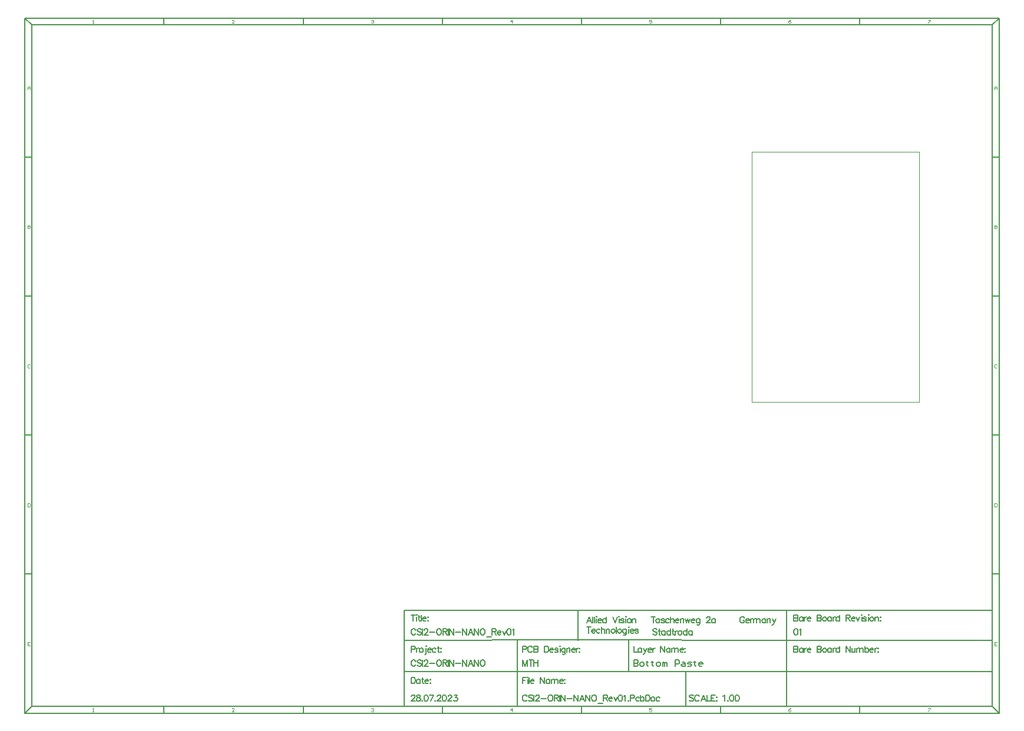
<source format=gbp>
G04*
G04 #@! TF.GenerationSoftware,Altium Limited,Altium Designer,23.7.1 (13)*
G04*
G04 Layer_Color=13421619*
%FSLAX43Y43*%
%MOMM*%
G71*
G04*
G04 #@! TF.SameCoordinates,B4B51515-0AC6-4D20-8248-00ACB9807E1E*
G04*
G04*
G04 #@! TF.FilePolarity,Positive*
G04*
G01*
G75*
%ADD11C,0.127*%
%ADD12C,0.025*%
%ADD13C,0.050*%
D11*
X-17000Y-37111D02*
Y-38000D01*
X-16556D01*
X-16408Y-37852D01*
Y-37704D01*
X-16556Y-37556D01*
X-17000D01*
X-16556D01*
X-16408Y-37408D01*
Y-37259D01*
X-16556Y-37111D01*
X-17000D01*
X-15963Y-38000D02*
X-15667D01*
X-15519Y-37852D01*
Y-37556D01*
X-15667Y-37408D01*
X-15963D01*
X-16111Y-37556D01*
Y-37852D01*
X-15963Y-38000D01*
X-15074Y-37259D02*
Y-37408D01*
X-15223D01*
X-14926D01*
X-15074D01*
Y-37852D01*
X-14926Y-38000D01*
X-14334Y-37259D02*
Y-37408D01*
X-14482D01*
X-14186D01*
X-14334D01*
Y-37852D01*
X-14186Y-38000D01*
X-13593D02*
X-13297D01*
X-13149Y-37852D01*
Y-37556D01*
X-13297Y-37408D01*
X-13593D01*
X-13741Y-37556D01*
Y-37852D01*
X-13593Y-38000D01*
X-12853D02*
Y-37408D01*
X-12705D01*
X-12556Y-37556D01*
Y-38000D01*
Y-37556D01*
X-12408Y-37408D01*
X-12260Y-37556D01*
Y-38000D01*
X-11075D02*
Y-37111D01*
X-10631D01*
X-10483Y-37259D01*
Y-37556D01*
X-10631Y-37704D01*
X-11075D01*
X-10038Y-37408D02*
X-9742D01*
X-9594Y-37556D01*
Y-38000D01*
X-10038D01*
X-10187Y-37852D01*
X-10038Y-37704D01*
X-9594D01*
X-9298Y-38000D02*
X-8853D01*
X-8705Y-37852D01*
X-8853Y-37704D01*
X-9150D01*
X-9298Y-37556D01*
X-9150Y-37408D01*
X-8705D01*
X-8261Y-37259D02*
Y-37408D01*
X-8409D01*
X-8113D01*
X-8261D01*
Y-37852D01*
X-8113Y-38000D01*
X-7224D02*
X-7520D01*
X-7669Y-37852D01*
Y-37556D01*
X-7520Y-37408D01*
X-7224D01*
X-7076Y-37556D01*
Y-37704D01*
X-7669D01*
X35500Y-44750D02*
Y55250D01*
X-104500Y-44750D02*
X35500D01*
X-104500D02*
Y55250D01*
X35500D01*
X34500Y-43750D02*
X35500Y-44750D01*
X-9500Y-43750D02*
Y-38750D01*
X12250Y-43750D02*
X34500D01*
X5000D02*
Y-30000D01*
X-33500D02*
X20000D01*
X-49975Y-38725D02*
X-17750Y-38750D01*
X-50000Y-34250D02*
X-24975Y-34225D01*
X5000Y-30000D02*
X34500D01*
X-50000Y-43750D02*
X-33500D01*
X-50000D02*
Y-30000D01*
X-33500D01*
Y-43750D02*
X12250D01*
X-17750Y-38750D02*
X5000D01*
X-24975Y-34225D02*
X5000Y-34250D01*
X-17750Y-38750D02*
Y-34250D01*
X34500Y-43750D02*
X34500Y-30000D01*
X-33750Y-43750D02*
Y-34250D01*
X-25000Y-34250D02*
Y-30000D01*
X5000Y-38750D02*
X34500D01*
X5000Y-34250D02*
X34500D01*
X-103500Y-43750D02*
X-50000D01*
X-103500D02*
Y54250D01*
X34500D01*
Y-30000D02*
Y54250D01*
X-84500Y-44750D02*
Y-43750D01*
X-64500Y-44750D02*
Y-43750D01*
X-44500Y-44750D02*
Y-43750D01*
X-24500Y-44750D02*
Y-43750D01*
X-4500Y-44750D02*
Y-43750D01*
X15500Y-44750D02*
Y-43750D01*
X-104500Y-44750D02*
X-103500Y-43750D01*
X15500Y54250D02*
Y55250D01*
X-4500Y54250D02*
Y55250D01*
X-24500Y54250D02*
Y55250D01*
X-44500Y54250D02*
Y55250D01*
X-64500Y54250D02*
Y55250D01*
X-84500Y54250D02*
Y55250D01*
X-104500Y35250D02*
X-103500D01*
X-104500Y15250D02*
X-103500D01*
X-104500Y-4750D02*
X-103500D01*
X-104500Y-24750D02*
X-103500D01*
X34500Y54250D02*
X35500Y55250D01*
X-104500D02*
X-103500Y54250D01*
X34500Y-24750D02*
X35500D01*
X34500Y-4750D02*
X35500D01*
X34500Y15250D02*
X35500D01*
X34500Y35250D02*
X35500D01*
X-48365Y-37323D02*
X-48407Y-37238D01*
X-48492Y-37154D01*
X-48577Y-37111D01*
X-48746D01*
X-48831Y-37154D01*
X-48915Y-37238D01*
X-48958Y-37323D01*
X-49000Y-37450D01*
Y-37661D01*
X-48958Y-37788D01*
X-48915Y-37873D01*
X-48831Y-37958D01*
X-48746Y-38000D01*
X-48577D01*
X-48492Y-37958D01*
X-48407Y-37873D01*
X-48365Y-37788D01*
X-47523Y-37238D02*
X-47608Y-37154D01*
X-47735Y-37111D01*
X-47904D01*
X-48031Y-37154D01*
X-48115Y-37238D01*
Y-37323D01*
X-48073Y-37407D01*
X-48031Y-37450D01*
X-47946Y-37492D01*
X-47692Y-37577D01*
X-47608Y-37619D01*
X-47565Y-37661D01*
X-47523Y-37746D01*
Y-37873D01*
X-47608Y-37958D01*
X-47735Y-38000D01*
X-47904D01*
X-48031Y-37958D01*
X-48115Y-37873D01*
X-47324Y-37111D02*
Y-38000D01*
X-47095Y-37323D02*
Y-37280D01*
X-47053Y-37196D01*
X-47011Y-37154D01*
X-46926Y-37111D01*
X-46757D01*
X-46672Y-37154D01*
X-46630Y-37196D01*
X-46588Y-37280D01*
Y-37365D01*
X-46630Y-37450D01*
X-46714Y-37577D01*
X-47138Y-38000D01*
X-46545D01*
X-46346Y-37619D02*
X-45584D01*
X-45068Y-37111D02*
X-45153Y-37154D01*
X-45237Y-37238D01*
X-45280Y-37323D01*
X-45322Y-37450D01*
Y-37661D01*
X-45280Y-37788D01*
X-45237Y-37873D01*
X-45153Y-37958D01*
X-45068Y-38000D01*
X-44899D01*
X-44814Y-37958D01*
X-44729Y-37873D01*
X-44687Y-37788D01*
X-44645Y-37661D01*
Y-37450D01*
X-44687Y-37323D01*
X-44729Y-37238D01*
X-44814Y-37154D01*
X-44899Y-37111D01*
X-45068D01*
X-44437D02*
Y-38000D01*
Y-37111D02*
X-44057D01*
X-43930Y-37154D01*
X-43887Y-37196D01*
X-43845Y-37280D01*
Y-37365D01*
X-43887Y-37450D01*
X-43930Y-37492D01*
X-44057Y-37534D01*
X-44437D01*
X-44141D02*
X-43845Y-38000D01*
X-43646Y-37111D02*
Y-38000D01*
X-43460Y-37111D02*
Y-38000D01*
Y-37111D02*
X-42867Y-38000D01*
Y-37111D02*
Y-38000D01*
X-42622Y-37619D02*
X-41860D01*
X-41597Y-37111D02*
Y-38000D01*
Y-37111D02*
X-41005Y-38000D01*
Y-37111D02*
Y-38000D01*
X-40082D02*
X-40421Y-37111D01*
X-40759Y-38000D01*
X-40632Y-37704D02*
X-40209D01*
X-39875Y-37111D02*
Y-38000D01*
Y-37111D02*
X-39282Y-38000D01*
Y-37111D02*
Y-38000D01*
X-38783Y-37111D02*
X-38868Y-37154D01*
X-38952Y-37238D01*
X-38995Y-37323D01*
X-39037Y-37450D01*
Y-37661D01*
X-38995Y-37788D01*
X-38952Y-37873D01*
X-38868Y-37958D01*
X-38783Y-38000D01*
X-38614D01*
X-38529Y-37958D01*
X-38444Y-37873D01*
X-38402Y-37788D01*
X-38360Y-37661D01*
Y-37450D01*
X-38402Y-37323D01*
X-38444Y-37238D01*
X-38529Y-37154D01*
X-38614Y-37111D01*
X-38783D01*
X-49000Y-35577D02*
X-48619D01*
X-48492Y-35534D01*
X-48450Y-35492D01*
X-48407Y-35407D01*
Y-35280D01*
X-48450Y-35196D01*
X-48492Y-35154D01*
X-48619Y-35111D01*
X-49000D01*
Y-36000D01*
X-48209Y-35407D02*
Y-36000D01*
Y-35661D02*
X-48166Y-35534D01*
X-48082Y-35450D01*
X-47997Y-35407D01*
X-47870D01*
X-47578D02*
X-47663Y-35450D01*
X-47747Y-35534D01*
X-47790Y-35661D01*
Y-35746D01*
X-47747Y-35873D01*
X-47663Y-35958D01*
X-47578Y-36000D01*
X-47451D01*
X-47366Y-35958D01*
X-47282Y-35873D01*
X-47239Y-35746D01*
Y-35661D01*
X-47282Y-35534D01*
X-47366Y-35450D01*
X-47451Y-35407D01*
X-47578D01*
X-46875Y-35111D02*
X-46833Y-35154D01*
X-46791Y-35111D01*
X-46833Y-35069D01*
X-46875Y-35111D01*
X-46833Y-35407D02*
Y-36127D01*
X-46875Y-36254D01*
X-46960Y-36296D01*
X-47045D01*
X-46626Y-35661D02*
X-46118D01*
Y-35577D01*
X-46160Y-35492D01*
X-46202Y-35450D01*
X-46287Y-35407D01*
X-46414D01*
X-46499Y-35450D01*
X-46583Y-35534D01*
X-46626Y-35661D01*
Y-35746D01*
X-46583Y-35873D01*
X-46499Y-35958D01*
X-46414Y-36000D01*
X-46287D01*
X-46202Y-35958D01*
X-46118Y-35873D01*
X-45419Y-35534D02*
X-45504Y-35450D01*
X-45589Y-35407D01*
X-45716D01*
X-45800Y-35450D01*
X-45885Y-35534D01*
X-45927Y-35661D01*
Y-35746D01*
X-45885Y-35873D01*
X-45800Y-35958D01*
X-45716Y-36000D01*
X-45589D01*
X-45504Y-35958D01*
X-45419Y-35873D01*
X-45102Y-35111D02*
Y-35831D01*
X-45060Y-35958D01*
X-44975Y-36000D01*
X-44890D01*
X-45229Y-35407D02*
X-44933D01*
X-44721D02*
X-44763Y-35450D01*
X-44721Y-35492D01*
X-44679Y-35450D01*
X-44721Y-35407D01*
Y-35915D02*
X-44763Y-35958D01*
X-44721Y-36000D01*
X-44679Y-35958D01*
X-44721Y-35915D01*
X-17000Y-35111D02*
Y-36000D01*
X-16492D01*
X-15887Y-35407D02*
Y-36000D01*
Y-35534D02*
X-15972Y-35450D01*
X-16056Y-35407D01*
X-16183D01*
X-16268Y-35450D01*
X-16352Y-35534D01*
X-16395Y-35661D01*
Y-35746D01*
X-16352Y-35873D01*
X-16268Y-35958D01*
X-16183Y-36000D01*
X-16056D01*
X-15972Y-35958D01*
X-15887Y-35873D01*
X-15608Y-35407D02*
X-15354Y-36000D01*
X-15100Y-35407D02*
X-15354Y-36000D01*
X-15438Y-36169D01*
X-15523Y-36254D01*
X-15608Y-36296D01*
X-15650D01*
X-14952Y-35661D02*
X-14444D01*
Y-35577D01*
X-14486Y-35492D01*
X-14528Y-35450D01*
X-14613Y-35407D01*
X-14740D01*
X-14825Y-35450D01*
X-14909Y-35534D01*
X-14952Y-35661D01*
Y-35746D01*
X-14909Y-35873D01*
X-14825Y-35958D01*
X-14740Y-36000D01*
X-14613D01*
X-14528Y-35958D01*
X-14444Y-35873D01*
X-14253Y-35407D02*
Y-36000D01*
Y-35661D02*
X-14211Y-35534D01*
X-14126Y-35450D01*
X-14042Y-35407D01*
X-13915D01*
X-13136Y-35111D02*
Y-36000D01*
Y-35111D02*
X-12543Y-36000D01*
Y-35111D02*
Y-36000D01*
X-11790Y-35407D02*
Y-36000D01*
Y-35534D02*
X-11875Y-35450D01*
X-11959Y-35407D01*
X-12086D01*
X-12171Y-35450D01*
X-12255Y-35534D01*
X-12298Y-35661D01*
Y-35746D01*
X-12255Y-35873D01*
X-12171Y-35958D01*
X-12086Y-36000D01*
X-11959D01*
X-11875Y-35958D01*
X-11790Y-35873D01*
X-11553Y-35407D02*
Y-36000D01*
Y-35577D02*
X-11426Y-35450D01*
X-11341Y-35407D01*
X-11214D01*
X-11130Y-35450D01*
X-11087Y-35577D01*
Y-36000D01*
Y-35577D02*
X-10960Y-35450D01*
X-10876Y-35407D01*
X-10749D01*
X-10664Y-35450D01*
X-10622Y-35577D01*
Y-36000D01*
X-10342Y-35661D02*
X-9835D01*
Y-35577D01*
X-9877Y-35492D01*
X-9919Y-35450D01*
X-10004Y-35407D01*
X-10131D01*
X-10215Y-35450D01*
X-10300Y-35534D01*
X-10342Y-35661D01*
Y-35746D01*
X-10300Y-35873D01*
X-10215Y-35958D01*
X-10131Y-36000D01*
X-10004D01*
X-9919Y-35958D01*
X-9835Y-35873D01*
X-9602Y-35407D02*
X-9644Y-35450D01*
X-9602Y-35492D01*
X-9559Y-35450D01*
X-9602Y-35407D01*
Y-35915D02*
X-9644Y-35958D01*
X-9602Y-36000D01*
X-9559Y-35958D01*
X-9602Y-35915D01*
X-8407Y-42238D02*
X-8492Y-42154D01*
X-8619Y-42111D01*
X-8788D01*
X-8915Y-42154D01*
X-9000Y-42238D01*
Y-42323D01*
X-8958Y-42407D01*
X-8915Y-42450D01*
X-8831Y-42492D01*
X-8577Y-42577D01*
X-8492Y-42619D01*
X-8450Y-42661D01*
X-8407Y-42746D01*
Y-42873D01*
X-8492Y-42958D01*
X-8619Y-43000D01*
X-8788D01*
X-8915Y-42958D01*
X-9000Y-42873D01*
X-7574Y-42323D02*
X-7616Y-42238D01*
X-7701Y-42154D01*
X-7785Y-42111D01*
X-7955D01*
X-8039Y-42154D01*
X-8124Y-42238D01*
X-8166Y-42323D01*
X-8209Y-42450D01*
Y-42661D01*
X-8166Y-42788D01*
X-8124Y-42873D01*
X-8039Y-42958D01*
X-7955Y-43000D01*
X-7785D01*
X-7701Y-42958D01*
X-7616Y-42873D01*
X-7574Y-42788D01*
X-6647Y-43000D02*
X-6985Y-42111D01*
X-7324Y-43000D01*
X-7197Y-42704D02*
X-6774D01*
X-6439Y-42111D02*
Y-43000D01*
X-5931D01*
X-5284Y-42111D02*
X-5834D01*
Y-43000D01*
X-5284D01*
X-5834Y-42534D02*
X-5496D01*
X-5093Y-42407D02*
X-5136Y-42450D01*
X-5093Y-42492D01*
X-5051Y-42450D01*
X-5093Y-42407D01*
Y-42915D02*
X-5136Y-42958D01*
X-5093Y-43000D01*
X-5051Y-42958D01*
X-5093Y-42915D01*
X-4158Y-42280D02*
X-4073Y-42238D01*
X-3946Y-42111D01*
Y-43000D01*
X-3464Y-42915D02*
X-3506Y-42958D01*
X-3464Y-43000D01*
X-3422Y-42958D01*
X-3464Y-42915D01*
X-2973Y-42111D02*
X-3100Y-42154D01*
X-3185Y-42280D01*
X-3227Y-42492D01*
Y-42619D01*
X-3185Y-42831D01*
X-3100Y-42958D01*
X-2973Y-43000D01*
X-2888D01*
X-2761Y-42958D01*
X-2677Y-42831D01*
X-2634Y-42619D01*
Y-42492D01*
X-2677Y-42280D01*
X-2761Y-42154D01*
X-2888Y-42111D01*
X-2973D01*
X-2182D02*
X-2309Y-42154D01*
X-2393Y-42280D01*
X-2436Y-42492D01*
Y-42619D01*
X-2393Y-42831D01*
X-2309Y-42958D01*
X-2182Y-43000D01*
X-2097D01*
X-1970Y-42958D01*
X-1885Y-42831D01*
X-1843Y-42619D01*
Y-42492D01*
X-1885Y-42280D01*
X-1970Y-42154D01*
X-2097Y-42111D01*
X-2182D01*
X-1115Y-31073D02*
X-1157Y-30988D01*
X-1242Y-30904D01*
X-1327Y-30861D01*
X-1496D01*
X-1581Y-30904D01*
X-1665Y-30988D01*
X-1708Y-31073D01*
X-1750Y-31200D01*
Y-31411D01*
X-1708Y-31538D01*
X-1665Y-31623D01*
X-1581Y-31708D01*
X-1496Y-31750D01*
X-1327D01*
X-1242Y-31708D01*
X-1157Y-31623D01*
X-1115Y-31538D01*
Y-31411D01*
X-1327D02*
X-1115D01*
X-912D02*
X-404D01*
Y-31327D01*
X-446Y-31242D01*
X-489Y-31200D01*
X-573Y-31157D01*
X-700D01*
X-785Y-31200D01*
X-870Y-31284D01*
X-912Y-31411D01*
Y-31496D01*
X-870Y-31623D01*
X-785Y-31708D01*
X-700Y-31750D01*
X-573D01*
X-489Y-31708D01*
X-404Y-31623D01*
X-214Y-31157D02*
Y-31750D01*
Y-31411D02*
X-171Y-31284D01*
X-87Y-31200D01*
X-2Y-31157D01*
X125D01*
X205D02*
Y-31750D01*
Y-31327D02*
X332Y-31200D01*
X417Y-31157D01*
X544D01*
X629Y-31200D01*
X671Y-31327D01*
Y-31750D01*
Y-31327D02*
X798Y-31200D01*
X883Y-31157D01*
X1010D01*
X1094Y-31200D01*
X1137Y-31327D01*
Y-31750D01*
X1924Y-31157D02*
Y-31750D01*
Y-31284D02*
X1839Y-31200D01*
X1754Y-31157D01*
X1627D01*
X1543Y-31200D01*
X1458Y-31284D01*
X1416Y-31411D01*
Y-31496D01*
X1458Y-31623D01*
X1543Y-31708D01*
X1627Y-31750D01*
X1754D01*
X1839Y-31708D01*
X1924Y-31623D01*
X2161Y-31157D02*
Y-31750D01*
Y-31327D02*
X2288Y-31200D01*
X2372Y-31157D01*
X2499D01*
X2584Y-31200D01*
X2626Y-31327D01*
Y-31750D01*
X2901Y-31157D02*
X3155Y-31750D01*
X3409Y-31157D02*
X3155Y-31750D01*
X3071Y-31919D01*
X2986Y-32004D01*
X2901Y-32046D01*
X2859D01*
X-13657Y-32738D02*
X-13742Y-32654D01*
X-13869Y-32611D01*
X-14038D01*
X-14165Y-32654D01*
X-14250Y-32738D01*
Y-32823D01*
X-14208Y-32907D01*
X-14165Y-32950D01*
X-14081Y-32992D01*
X-13827Y-33077D01*
X-13742Y-33119D01*
X-13700Y-33161D01*
X-13657Y-33246D01*
Y-33373D01*
X-13742Y-33458D01*
X-13869Y-33500D01*
X-14038D01*
X-14165Y-33458D01*
X-14250Y-33373D01*
X-13332Y-32611D02*
Y-33331D01*
X-13289Y-33458D01*
X-13205Y-33500D01*
X-13120D01*
X-13459Y-32907D02*
X-13162D01*
X-12485D02*
Y-33500D01*
Y-33034D02*
X-12570Y-32950D01*
X-12654Y-32907D01*
X-12781D01*
X-12866Y-32950D01*
X-12951Y-33034D01*
X-12993Y-33161D01*
Y-33246D01*
X-12951Y-33373D01*
X-12866Y-33458D01*
X-12781Y-33500D01*
X-12654D01*
X-12570Y-33458D01*
X-12485Y-33373D01*
X-11740Y-32611D02*
Y-33500D01*
Y-33034D02*
X-11825Y-32950D01*
X-11909Y-32907D01*
X-12036D01*
X-12121Y-32950D01*
X-12206Y-33034D01*
X-12248Y-33161D01*
Y-33246D01*
X-12206Y-33373D01*
X-12121Y-33458D01*
X-12036Y-33500D01*
X-11909D01*
X-11825Y-33458D01*
X-11740Y-33373D01*
X-11376Y-32611D02*
Y-33331D01*
X-11334Y-33458D01*
X-11249Y-33500D01*
X-11165D01*
X-11503Y-32907D02*
X-11207D01*
X-11038D02*
Y-33500D01*
Y-33161D02*
X-10995Y-33034D01*
X-10911Y-32950D01*
X-10826Y-32907D01*
X-10699D01*
X-10407D02*
X-10492Y-32950D01*
X-10576Y-33034D01*
X-10619Y-33161D01*
Y-33246D01*
X-10576Y-33373D01*
X-10492Y-33458D01*
X-10407Y-33500D01*
X-10280D01*
X-10195Y-33458D01*
X-10111Y-33373D01*
X-10068Y-33246D01*
Y-33161D01*
X-10111Y-33034D01*
X-10195Y-32950D01*
X-10280Y-32907D01*
X-10407D01*
X-9366Y-32611D02*
Y-33500D01*
Y-33034D02*
X-9450Y-32950D01*
X-9535Y-32907D01*
X-9662D01*
X-9747Y-32950D01*
X-9831Y-33034D01*
X-9874Y-33161D01*
Y-33246D01*
X-9831Y-33373D01*
X-9747Y-33458D01*
X-9662Y-33500D01*
X-9535D01*
X-9450Y-33458D01*
X-9366Y-33373D01*
X-8621Y-32907D02*
Y-33500D01*
Y-33034D02*
X-8706Y-32950D01*
X-8790Y-32907D01*
X-8917D01*
X-9002Y-32950D01*
X-9086Y-33034D01*
X-9129Y-33161D01*
Y-33246D01*
X-9086Y-33373D01*
X-9002Y-33458D01*
X-8917Y-33500D01*
X-8790D01*
X-8706Y-33458D01*
X-8621Y-33373D01*
X-14204Y-30861D02*
Y-31750D01*
X-14500Y-30861D02*
X-13907D01*
X-13294Y-31157D02*
Y-31750D01*
Y-31284D02*
X-13378Y-31200D01*
X-13463Y-31157D01*
X-13590D01*
X-13675Y-31200D01*
X-13759Y-31284D01*
X-13802Y-31411D01*
Y-31496D01*
X-13759Y-31623D01*
X-13675Y-31708D01*
X-13590Y-31750D01*
X-13463D01*
X-13378Y-31708D01*
X-13294Y-31623D01*
X-12591Y-31284D02*
X-12634Y-31200D01*
X-12760Y-31157D01*
X-12887D01*
X-13014Y-31200D01*
X-13057Y-31284D01*
X-13014Y-31369D01*
X-12930Y-31411D01*
X-12718Y-31454D01*
X-12634Y-31496D01*
X-12591Y-31581D01*
Y-31623D01*
X-12634Y-31708D01*
X-12760Y-31750D01*
X-12887D01*
X-13014Y-31708D01*
X-13057Y-31623D01*
X-11897Y-31284D02*
X-11982Y-31200D01*
X-12066Y-31157D01*
X-12193D01*
X-12278Y-31200D01*
X-12363Y-31284D01*
X-12405Y-31411D01*
Y-31496D01*
X-12363Y-31623D01*
X-12278Y-31708D01*
X-12193Y-31750D01*
X-12066D01*
X-11982Y-31708D01*
X-11897Y-31623D01*
X-11707Y-30861D02*
Y-31750D01*
Y-31327D02*
X-11580Y-31200D01*
X-11495Y-31157D01*
X-11368D01*
X-11283Y-31200D01*
X-11241Y-31327D01*
Y-31750D01*
X-11008Y-31411D02*
X-10500D01*
Y-31327D01*
X-10543Y-31242D01*
X-10585Y-31200D01*
X-10670Y-31157D01*
X-10797D01*
X-10881Y-31200D01*
X-10966Y-31284D01*
X-11008Y-31411D01*
Y-31496D01*
X-10966Y-31623D01*
X-10881Y-31708D01*
X-10797Y-31750D01*
X-10670D01*
X-10585Y-31708D01*
X-10500Y-31623D01*
X-10310Y-31157D02*
Y-31750D01*
Y-31327D02*
X-10183Y-31200D01*
X-10098Y-31157D01*
X-9971D01*
X-9887Y-31200D01*
X-9844Y-31327D01*
Y-31750D01*
X-9612Y-31157D02*
X-9442Y-31750D01*
X-9273Y-31157D02*
X-9442Y-31750D01*
X-9273Y-31157D02*
X-9104Y-31750D01*
X-8934Y-31157D02*
X-9104Y-31750D01*
X-8727Y-31411D02*
X-8219D01*
Y-31327D01*
X-8261Y-31242D01*
X-8304Y-31200D01*
X-8388Y-31157D01*
X-8515D01*
X-8600Y-31200D01*
X-8685Y-31284D01*
X-8727Y-31411D01*
Y-31496D01*
X-8685Y-31623D01*
X-8600Y-31708D01*
X-8515Y-31750D01*
X-8388D01*
X-8304Y-31708D01*
X-8219Y-31623D01*
X-7521Y-31157D02*
Y-31835D01*
X-7563Y-31962D01*
X-7605Y-32004D01*
X-7690Y-32046D01*
X-7817D01*
X-7902Y-32004D01*
X-7521Y-31284D02*
X-7605Y-31200D01*
X-7690Y-31157D01*
X-7817D01*
X-7902Y-31200D01*
X-7986Y-31284D01*
X-8029Y-31411D01*
Y-31496D01*
X-7986Y-31623D01*
X-7902Y-31708D01*
X-7817Y-31750D01*
X-7690D01*
X-7605Y-31708D01*
X-7521Y-31623D01*
X-6543Y-31073D02*
Y-31030D01*
X-6501Y-30946D01*
X-6458Y-30904D01*
X-6374Y-30861D01*
X-6204D01*
X-6120Y-30904D01*
X-6077Y-30946D01*
X-6035Y-31030D01*
Y-31115D01*
X-6077Y-31200D01*
X-6162Y-31327D01*
X-6585Y-31750D01*
X-5993D01*
X-5286Y-31157D02*
Y-31750D01*
Y-31284D02*
X-5371Y-31200D01*
X-5455Y-31157D01*
X-5582D01*
X-5667Y-31200D01*
X-5752Y-31284D01*
X-5794Y-31411D01*
Y-31496D01*
X-5752Y-31623D01*
X-5667Y-31708D01*
X-5582Y-31750D01*
X-5455D01*
X-5371Y-31708D01*
X-5286Y-31623D01*
X-23073Y-31750D02*
X-23411Y-30861D01*
X-23750Y-31750D01*
X-23623Y-31454D02*
X-23200D01*
X-22865Y-30861D02*
Y-31750D01*
X-22679Y-30861D02*
Y-31750D01*
X-22408Y-30861D02*
X-22366Y-30904D01*
X-22324Y-30861D01*
X-22366Y-30819D01*
X-22408Y-30861D01*
X-22366Y-31157D02*
Y-31750D01*
X-22167Y-31411D02*
X-21659D01*
Y-31327D01*
X-21701Y-31242D01*
X-21744Y-31200D01*
X-21828Y-31157D01*
X-21955D01*
X-22040Y-31200D01*
X-22125Y-31284D01*
X-22167Y-31411D01*
Y-31496D01*
X-22125Y-31623D01*
X-22040Y-31708D01*
X-21955Y-31750D01*
X-21828D01*
X-21744Y-31708D01*
X-21659Y-31623D01*
X-20961Y-30861D02*
Y-31750D01*
Y-31284D02*
X-21045Y-31200D01*
X-21130Y-31157D01*
X-21257D01*
X-21342Y-31200D01*
X-21426Y-31284D01*
X-21469Y-31411D01*
Y-31496D01*
X-21426Y-31623D01*
X-21342Y-31708D01*
X-21257Y-31750D01*
X-21130D01*
X-21045Y-31708D01*
X-20961Y-31623D01*
X-20025Y-30861D02*
X-19687Y-31750D01*
X-19348Y-30861D02*
X-19687Y-31750D01*
X-19149Y-30861D02*
X-19107Y-30904D01*
X-19065Y-30861D01*
X-19107Y-30819D01*
X-19149Y-30861D01*
X-19107Y-31157D02*
Y-31750D01*
X-18443Y-31284D02*
X-18485Y-31200D01*
X-18612Y-31157D01*
X-18739D01*
X-18866Y-31200D01*
X-18908Y-31284D01*
X-18866Y-31369D01*
X-18781Y-31411D01*
X-18570Y-31454D01*
X-18485Y-31496D01*
X-18443Y-31581D01*
Y-31623D01*
X-18485Y-31708D01*
X-18612Y-31750D01*
X-18739D01*
X-18866Y-31708D01*
X-18908Y-31623D01*
X-18172Y-30861D02*
X-18129Y-30904D01*
X-18087Y-30861D01*
X-18129Y-30819D01*
X-18172Y-30861D01*
X-18129Y-31157D02*
Y-31750D01*
X-17719Y-31157D02*
X-17803Y-31200D01*
X-17888Y-31284D01*
X-17930Y-31411D01*
Y-31496D01*
X-17888Y-31623D01*
X-17803Y-31708D01*
X-17719Y-31750D01*
X-17592D01*
X-17507Y-31708D01*
X-17423Y-31623D01*
X-17380Y-31496D01*
Y-31411D01*
X-17423Y-31284D01*
X-17507Y-31200D01*
X-17592Y-31157D01*
X-17719D01*
X-17185D02*
Y-31750D01*
Y-31327D02*
X-17059Y-31200D01*
X-16974Y-31157D01*
X-16847D01*
X-16762Y-31200D01*
X-16720Y-31327D01*
Y-31750D01*
X-48958Y-42323D02*
Y-42280D01*
X-48915Y-42196D01*
X-48873Y-42154D01*
X-48788Y-42111D01*
X-48619D01*
X-48534Y-42154D01*
X-48492Y-42196D01*
X-48450Y-42280D01*
Y-42365D01*
X-48492Y-42450D01*
X-48577Y-42577D01*
X-49000Y-43000D01*
X-48407D01*
X-47997Y-42111D02*
X-48124Y-42154D01*
X-48166Y-42238D01*
Y-42323D01*
X-48124Y-42407D01*
X-48039Y-42450D01*
X-47870Y-42492D01*
X-47743Y-42534D01*
X-47658Y-42619D01*
X-47616Y-42704D01*
Y-42831D01*
X-47658Y-42915D01*
X-47701Y-42958D01*
X-47828Y-43000D01*
X-47997D01*
X-48124Y-42958D01*
X-48166Y-42915D01*
X-48209Y-42831D01*
Y-42704D01*
X-48166Y-42619D01*
X-48082Y-42534D01*
X-47955Y-42492D01*
X-47785Y-42450D01*
X-47701Y-42407D01*
X-47658Y-42323D01*
Y-42238D01*
X-47701Y-42154D01*
X-47828Y-42111D01*
X-47997D01*
X-47375Y-42915D02*
X-47417Y-42958D01*
X-47375Y-43000D01*
X-47332Y-42958D01*
X-47375Y-42915D01*
X-46884Y-42111D02*
X-47011Y-42154D01*
X-47095Y-42280D01*
X-47138Y-42492D01*
Y-42619D01*
X-47095Y-42831D01*
X-47011Y-42958D01*
X-46884Y-43000D01*
X-46799D01*
X-46672Y-42958D01*
X-46588Y-42831D01*
X-46545Y-42619D01*
Y-42492D01*
X-46588Y-42280D01*
X-46672Y-42154D01*
X-46799Y-42111D01*
X-46884D01*
X-45754D02*
X-46177Y-43000D01*
X-46346Y-42111D02*
X-45754D01*
X-45512Y-42915D02*
X-45555Y-42958D01*
X-45512Y-43000D01*
X-45470Y-42958D01*
X-45512Y-42915D01*
X-45233Y-42323D02*
Y-42280D01*
X-45191Y-42196D01*
X-45148Y-42154D01*
X-45064Y-42111D01*
X-44895D01*
X-44810Y-42154D01*
X-44768Y-42196D01*
X-44725Y-42280D01*
Y-42365D01*
X-44768Y-42450D01*
X-44852Y-42577D01*
X-45275Y-43000D01*
X-44683D01*
X-44230Y-42111D02*
X-44357Y-42154D01*
X-44442Y-42280D01*
X-44484Y-42492D01*
Y-42619D01*
X-44442Y-42831D01*
X-44357Y-42958D01*
X-44230Y-43000D01*
X-44145D01*
X-44018Y-42958D01*
X-43934Y-42831D01*
X-43891Y-42619D01*
Y-42492D01*
X-43934Y-42280D01*
X-44018Y-42154D01*
X-44145Y-42111D01*
X-44230D01*
X-43650Y-42323D02*
Y-42280D01*
X-43608Y-42196D01*
X-43566Y-42154D01*
X-43481Y-42111D01*
X-43312D01*
X-43227Y-42154D01*
X-43185Y-42196D01*
X-43142Y-42280D01*
Y-42365D01*
X-43185Y-42450D01*
X-43269Y-42577D01*
X-43693Y-43000D01*
X-43100D01*
X-42816Y-42111D02*
X-42351D01*
X-42605Y-42450D01*
X-42478D01*
X-42393Y-42492D01*
X-42351Y-42534D01*
X-42309Y-42661D01*
Y-42746D01*
X-42351Y-42873D01*
X-42436Y-42958D01*
X-42562Y-43000D01*
X-42689D01*
X-42816Y-42958D01*
X-42859Y-42915D01*
X-42901Y-42831D01*
X-49000Y-39611D02*
Y-40500D01*
Y-39611D02*
X-48704D01*
X-48577Y-39654D01*
X-48492Y-39738D01*
X-48450Y-39823D01*
X-48407Y-39950D01*
Y-40161D01*
X-48450Y-40288D01*
X-48492Y-40373D01*
X-48577Y-40458D01*
X-48704Y-40500D01*
X-49000D01*
X-47701Y-39907D02*
Y-40500D01*
Y-40034D02*
X-47785Y-39950D01*
X-47870Y-39907D01*
X-47997D01*
X-48082Y-39950D01*
X-48166Y-40034D01*
X-48209Y-40161D01*
Y-40246D01*
X-48166Y-40373D01*
X-48082Y-40458D01*
X-47997Y-40500D01*
X-47870D01*
X-47785Y-40458D01*
X-47701Y-40373D01*
X-47337Y-39611D02*
Y-40331D01*
X-47294Y-40458D01*
X-47210Y-40500D01*
X-47125D01*
X-47464Y-39907D02*
X-47167D01*
X-46998Y-40161D02*
X-46490D01*
Y-40077D01*
X-46533Y-39992D01*
X-46575Y-39950D01*
X-46659Y-39907D01*
X-46786D01*
X-46871Y-39950D01*
X-46956Y-40034D01*
X-46998Y-40161D01*
Y-40246D01*
X-46956Y-40373D01*
X-46871Y-40458D01*
X-46786Y-40500D01*
X-46659D01*
X-46575Y-40458D01*
X-46490Y-40373D01*
X-46257Y-39907D02*
X-46300Y-39950D01*
X-46257Y-39992D01*
X-46215Y-39950D01*
X-46257Y-39907D01*
Y-40415D02*
X-46300Y-40458D01*
X-46257Y-40500D01*
X-46215Y-40458D01*
X-46257Y-40415D01*
X-32365Y-42323D02*
X-32407Y-42238D01*
X-32492Y-42154D01*
X-32577Y-42111D01*
X-32746D01*
X-32831Y-42154D01*
X-32915Y-42238D01*
X-32958Y-42323D01*
X-33000Y-42450D01*
Y-42661D01*
X-32958Y-42788D01*
X-32915Y-42873D01*
X-32831Y-42958D01*
X-32746Y-43000D01*
X-32577D01*
X-32492Y-42958D01*
X-32407Y-42873D01*
X-32365Y-42788D01*
X-31523Y-42238D02*
X-31608Y-42154D01*
X-31735Y-42111D01*
X-31904D01*
X-32031Y-42154D01*
X-32115Y-42238D01*
Y-42323D01*
X-32073Y-42407D01*
X-32031Y-42450D01*
X-31946Y-42492D01*
X-31692Y-42577D01*
X-31608Y-42619D01*
X-31565Y-42661D01*
X-31523Y-42746D01*
Y-42873D01*
X-31608Y-42958D01*
X-31735Y-43000D01*
X-31904D01*
X-32031Y-42958D01*
X-32115Y-42873D01*
X-31324Y-42111D02*
Y-43000D01*
X-31095Y-42323D02*
Y-42280D01*
X-31053Y-42196D01*
X-31011Y-42154D01*
X-30926Y-42111D01*
X-30757D01*
X-30672Y-42154D01*
X-30630Y-42196D01*
X-30588Y-42280D01*
Y-42365D01*
X-30630Y-42450D01*
X-30714Y-42577D01*
X-31138Y-43000D01*
X-30545D01*
X-30346Y-42619D02*
X-29584D01*
X-29068Y-42111D02*
X-29153Y-42154D01*
X-29237Y-42238D01*
X-29280Y-42323D01*
X-29322Y-42450D01*
Y-42661D01*
X-29280Y-42788D01*
X-29237Y-42873D01*
X-29153Y-42958D01*
X-29068Y-43000D01*
X-28899D01*
X-28814Y-42958D01*
X-28729Y-42873D01*
X-28687Y-42788D01*
X-28645Y-42661D01*
Y-42450D01*
X-28687Y-42323D01*
X-28729Y-42238D01*
X-28814Y-42154D01*
X-28899Y-42111D01*
X-29068D01*
X-28437D02*
Y-43000D01*
Y-42111D02*
X-28057D01*
X-27930Y-42154D01*
X-27887Y-42196D01*
X-27845Y-42280D01*
Y-42365D01*
X-27887Y-42450D01*
X-27930Y-42492D01*
X-28057Y-42534D01*
X-28437D01*
X-28141D02*
X-27845Y-43000D01*
X-27646Y-42111D02*
Y-43000D01*
X-27460Y-42111D02*
Y-43000D01*
Y-42111D02*
X-26867Y-43000D01*
Y-42111D02*
Y-43000D01*
X-26622Y-42619D02*
X-25860D01*
X-25597Y-42111D02*
Y-43000D01*
Y-42111D02*
X-25005Y-43000D01*
Y-42111D02*
Y-43000D01*
X-24082D02*
X-24421Y-42111D01*
X-24759Y-43000D01*
X-24632Y-42704D02*
X-24209D01*
X-23875Y-42111D02*
Y-43000D01*
Y-42111D02*
X-23282Y-43000D01*
Y-42111D02*
Y-43000D01*
X-22783Y-42111D02*
X-22868Y-42154D01*
X-22952Y-42238D01*
X-22995Y-42323D01*
X-23037Y-42450D01*
Y-42661D01*
X-22995Y-42788D01*
X-22952Y-42873D01*
X-22868Y-42958D01*
X-22783Y-43000D01*
X-22614D01*
X-22529Y-42958D01*
X-22444Y-42873D01*
X-22402Y-42788D01*
X-22360Y-42661D01*
Y-42450D01*
X-22402Y-42323D01*
X-22444Y-42238D01*
X-22529Y-42154D01*
X-22614Y-42111D01*
X-22783D01*
X-22152Y-43296D02*
X-21475D01*
X-21361Y-42111D02*
Y-43000D01*
Y-42111D02*
X-20980D01*
X-20853Y-42154D01*
X-20811Y-42196D01*
X-20768Y-42280D01*
Y-42365D01*
X-20811Y-42450D01*
X-20853Y-42492D01*
X-20980Y-42534D01*
X-21361D01*
X-21065D02*
X-20768Y-43000D01*
X-20569Y-42661D02*
X-20061D01*
Y-42577D01*
X-20104Y-42492D01*
X-20146Y-42450D01*
X-20231Y-42407D01*
X-20358D01*
X-20442Y-42450D01*
X-20527Y-42534D01*
X-20569Y-42661D01*
Y-42746D01*
X-20527Y-42873D01*
X-20442Y-42958D01*
X-20358Y-43000D01*
X-20231D01*
X-20146Y-42958D01*
X-20061Y-42873D01*
X-19871Y-42407D02*
X-19617Y-43000D01*
X-19363Y-42407D02*
X-19617Y-43000D01*
X-18965Y-42111D02*
X-19092Y-42154D01*
X-19177Y-42280D01*
X-19219Y-42492D01*
Y-42619D01*
X-19177Y-42831D01*
X-19092Y-42958D01*
X-18965Y-43000D01*
X-18881D01*
X-18754Y-42958D01*
X-18669Y-42831D01*
X-18627Y-42619D01*
Y-42492D01*
X-18669Y-42280D01*
X-18754Y-42154D01*
X-18881Y-42111D01*
X-18965D01*
X-18428Y-42280D02*
X-18343Y-42238D01*
X-18216Y-42111D01*
Y-43000D01*
X-17734Y-42915D02*
X-17776Y-42958D01*
X-17734Y-43000D01*
X-17691Y-42958D01*
X-17734Y-42915D01*
X-17497Y-42577D02*
X-17116D01*
X-16989Y-42534D01*
X-16946Y-42492D01*
X-16904Y-42407D01*
Y-42280D01*
X-16946Y-42196D01*
X-16989Y-42154D01*
X-17116Y-42111D01*
X-17497D01*
Y-43000D01*
X-16197Y-42534D02*
X-16282Y-42450D01*
X-16367Y-42407D01*
X-16494D01*
X-16578Y-42450D01*
X-16663Y-42534D01*
X-16705Y-42661D01*
Y-42746D01*
X-16663Y-42873D01*
X-16578Y-42958D01*
X-16494Y-43000D01*
X-16367D01*
X-16282Y-42958D01*
X-16197Y-42873D01*
X-16007Y-42111D02*
Y-43000D01*
Y-42534D02*
X-15922Y-42450D01*
X-15838Y-42407D01*
X-15711D01*
X-15626Y-42450D01*
X-15541Y-42534D01*
X-15499Y-42661D01*
Y-42746D01*
X-15541Y-42873D01*
X-15626Y-42958D01*
X-15711Y-43000D01*
X-15838D01*
X-15922Y-42958D01*
X-16007Y-42873D01*
X-15308Y-42111D02*
Y-43000D01*
Y-42111D02*
X-15012D01*
X-14885Y-42154D01*
X-14801Y-42238D01*
X-14758Y-42323D01*
X-14716Y-42450D01*
Y-42661D01*
X-14758Y-42788D01*
X-14801Y-42873D01*
X-14885Y-42958D01*
X-15012Y-43000D01*
X-15308D01*
X-14305Y-42407D02*
X-14390Y-42450D01*
X-14475Y-42534D01*
X-14517Y-42661D01*
Y-42746D01*
X-14475Y-42873D01*
X-14390Y-42958D01*
X-14305Y-43000D01*
X-14178D01*
X-14094Y-42958D01*
X-14009Y-42873D01*
X-13967Y-42746D01*
Y-42661D01*
X-14009Y-42534D01*
X-14094Y-42450D01*
X-14178Y-42407D01*
X-14305D01*
X-13264Y-42534D02*
X-13349Y-42450D01*
X-13433Y-42407D01*
X-13560D01*
X-13645Y-42450D01*
X-13730Y-42534D01*
X-13772Y-42661D01*
Y-42746D01*
X-13730Y-42873D01*
X-13645Y-42958D01*
X-13560Y-43000D01*
X-13433D01*
X-13349Y-42958D01*
X-13264Y-42873D01*
X-48704Y-30611D02*
Y-31500D01*
X-49000Y-30611D02*
X-48407D01*
X-48217D02*
X-48175Y-30654D01*
X-48132Y-30611D01*
X-48175Y-30569D01*
X-48217Y-30611D01*
X-48175Y-30907D02*
Y-31500D01*
X-47849Y-30611D02*
Y-31331D01*
X-47806Y-31458D01*
X-47722Y-31500D01*
X-47637D01*
X-47976Y-30907D02*
X-47679D01*
X-47510Y-30611D02*
Y-31500D01*
X-47324Y-31161D02*
X-46816D01*
Y-31077D01*
X-46858Y-30992D01*
X-46901Y-30950D01*
X-46985Y-30907D01*
X-47112D01*
X-47197Y-30950D01*
X-47282Y-31034D01*
X-47324Y-31161D01*
Y-31246D01*
X-47282Y-31373D01*
X-47197Y-31458D01*
X-47112Y-31500D01*
X-46985D01*
X-46901Y-31458D01*
X-46816Y-31373D01*
X-46583Y-30907D02*
X-46626Y-30950D01*
X-46583Y-30992D01*
X-46541Y-30950D01*
X-46583Y-30907D01*
Y-31415D02*
X-46626Y-31458D01*
X-46583Y-31500D01*
X-46541Y-31458D01*
X-46583Y-31415D01*
X-33000Y-35577D02*
X-32619D01*
X-32492Y-35534D01*
X-32450Y-35492D01*
X-32407Y-35407D01*
Y-35280D01*
X-32450Y-35196D01*
X-32492Y-35154D01*
X-32619Y-35111D01*
X-33000D01*
Y-36000D01*
X-31574Y-35323D02*
X-31616Y-35238D01*
X-31701Y-35154D01*
X-31785Y-35111D01*
X-31955D01*
X-32039Y-35154D01*
X-32124Y-35238D01*
X-32166Y-35323D01*
X-32209Y-35450D01*
Y-35661D01*
X-32166Y-35788D01*
X-32124Y-35873D01*
X-32039Y-35958D01*
X-31955Y-36000D01*
X-31785D01*
X-31701Y-35958D01*
X-31616Y-35873D01*
X-31574Y-35788D01*
X-31324Y-35111D02*
Y-36000D01*
Y-35111D02*
X-30943D01*
X-30816Y-35154D01*
X-30774Y-35196D01*
X-30731Y-35280D01*
Y-35365D01*
X-30774Y-35450D01*
X-30816Y-35492D01*
X-30943Y-35534D01*
X-31324D02*
X-30943D01*
X-30816Y-35577D01*
X-30774Y-35619D01*
X-30731Y-35704D01*
Y-35831D01*
X-30774Y-35915D01*
X-30816Y-35958D01*
X-30943Y-36000D01*
X-31324D01*
X-29834Y-35111D02*
Y-36000D01*
Y-35111D02*
X-29538D01*
X-29411Y-35154D01*
X-29326Y-35238D01*
X-29284Y-35323D01*
X-29242Y-35450D01*
Y-35661D01*
X-29284Y-35788D01*
X-29326Y-35873D01*
X-29411Y-35958D01*
X-29538Y-36000D01*
X-29834D01*
X-29043Y-35661D02*
X-28535D01*
Y-35577D01*
X-28577Y-35492D01*
X-28619Y-35450D01*
X-28704Y-35407D01*
X-28831D01*
X-28916Y-35450D01*
X-29000Y-35534D01*
X-29043Y-35661D01*
Y-35746D01*
X-29000Y-35873D01*
X-28916Y-35958D01*
X-28831Y-36000D01*
X-28704D01*
X-28619Y-35958D01*
X-28535Y-35873D01*
X-27879Y-35534D02*
X-27921Y-35450D01*
X-28048Y-35407D01*
X-28175D01*
X-28302Y-35450D01*
X-28344Y-35534D01*
X-28302Y-35619D01*
X-28217Y-35661D01*
X-28006Y-35704D01*
X-27921Y-35746D01*
X-27879Y-35831D01*
Y-35873D01*
X-27921Y-35958D01*
X-28048Y-36000D01*
X-28175D01*
X-28302Y-35958D01*
X-28344Y-35873D01*
X-27608Y-35111D02*
X-27566Y-35154D01*
X-27523Y-35111D01*
X-27566Y-35069D01*
X-27608Y-35111D01*
X-27566Y-35407D02*
Y-36000D01*
X-26859Y-35407D02*
Y-36085D01*
X-26901Y-36212D01*
X-26943Y-36254D01*
X-27028Y-36296D01*
X-27155D01*
X-27240Y-36254D01*
X-26859Y-35534D02*
X-26943Y-35450D01*
X-27028Y-35407D01*
X-27155D01*
X-27240Y-35450D01*
X-27324Y-35534D01*
X-27367Y-35661D01*
Y-35746D01*
X-27324Y-35873D01*
X-27240Y-35958D01*
X-27155Y-36000D01*
X-27028D01*
X-26943Y-35958D01*
X-26859Y-35873D01*
X-26622Y-35407D02*
Y-36000D01*
Y-35577D02*
X-26495Y-35450D01*
X-26410Y-35407D01*
X-26283D01*
X-26198Y-35450D01*
X-26156Y-35577D01*
Y-36000D01*
X-25923Y-35661D02*
X-25415D01*
Y-35577D01*
X-25458Y-35492D01*
X-25500Y-35450D01*
X-25585Y-35407D01*
X-25712D01*
X-25796Y-35450D01*
X-25881Y-35534D01*
X-25923Y-35661D01*
Y-35746D01*
X-25881Y-35873D01*
X-25796Y-35958D01*
X-25712Y-36000D01*
X-25585D01*
X-25500Y-35958D01*
X-25415Y-35873D01*
X-25225Y-35407D02*
Y-36000D01*
Y-35661D02*
X-25183Y-35534D01*
X-25098Y-35450D01*
X-25013Y-35407D01*
X-24886D01*
X-24764D02*
X-24806Y-35450D01*
X-24764Y-35492D01*
X-24721Y-35450D01*
X-24764Y-35407D01*
Y-35915D02*
X-24806Y-35958D01*
X-24764Y-36000D01*
X-24721Y-35958D01*
X-24764Y-35915D01*
X-33000Y-39611D02*
Y-40500D01*
Y-39611D02*
X-32450D01*
X-33000Y-40034D02*
X-32661D01*
X-32264Y-39611D02*
X-32221Y-39654D01*
X-32179Y-39611D01*
X-32221Y-39569D01*
X-32264Y-39611D01*
X-32221Y-39907D02*
Y-40500D01*
X-32022Y-39611D02*
Y-40500D01*
X-31836Y-40161D02*
X-31328D01*
Y-40077D01*
X-31371Y-39992D01*
X-31413Y-39950D01*
X-31497Y-39907D01*
X-31624D01*
X-31709Y-39950D01*
X-31794Y-40034D01*
X-31836Y-40161D01*
Y-40246D01*
X-31794Y-40373D01*
X-31709Y-40458D01*
X-31624Y-40500D01*
X-31497D01*
X-31413Y-40458D01*
X-31328Y-40373D01*
X-30439Y-39611D02*
Y-40500D01*
Y-39611D02*
X-29847Y-40500D01*
Y-39611D02*
Y-40500D01*
X-29093Y-39907D02*
Y-40500D01*
Y-40034D02*
X-29178Y-39950D01*
X-29263Y-39907D01*
X-29390D01*
X-29474Y-39950D01*
X-29559Y-40034D01*
X-29601Y-40161D01*
Y-40246D01*
X-29559Y-40373D01*
X-29474Y-40458D01*
X-29390Y-40500D01*
X-29263D01*
X-29178Y-40458D01*
X-29093Y-40373D01*
X-28856Y-39907D02*
Y-40500D01*
Y-40077D02*
X-28729Y-39950D01*
X-28645Y-39907D01*
X-28518D01*
X-28433Y-39950D01*
X-28391Y-40077D01*
Y-40500D01*
Y-40077D02*
X-28264Y-39950D01*
X-28179Y-39907D01*
X-28052D01*
X-27968Y-39950D01*
X-27925Y-40077D01*
Y-40500D01*
X-27646Y-40161D02*
X-27138D01*
Y-40077D01*
X-27180Y-39992D01*
X-27223Y-39950D01*
X-27307Y-39907D01*
X-27434D01*
X-27519Y-39950D01*
X-27604Y-40034D01*
X-27646Y-40161D01*
Y-40246D01*
X-27604Y-40373D01*
X-27519Y-40458D01*
X-27434Y-40500D01*
X-27307D01*
X-27223Y-40458D01*
X-27138Y-40373D01*
X-26905Y-39907D02*
X-26948Y-39950D01*
X-26905Y-39992D01*
X-26863Y-39950D01*
X-26905Y-39907D01*
Y-40415D02*
X-26948Y-40458D01*
X-26905Y-40500D01*
X-26863Y-40458D01*
X-26905Y-40415D01*
X-23454Y-32361D02*
Y-33250D01*
X-23750Y-32361D02*
X-23157D01*
X-23052Y-32911D02*
X-22544D01*
Y-32827D01*
X-22586Y-32742D01*
X-22628Y-32700D01*
X-22713Y-32657D01*
X-22840D01*
X-22925Y-32700D01*
X-23009Y-32784D01*
X-23052Y-32911D01*
Y-32996D01*
X-23009Y-33123D01*
X-22925Y-33208D01*
X-22840Y-33250D01*
X-22713D01*
X-22628Y-33208D01*
X-22544Y-33123D01*
X-21845Y-32784D02*
X-21930Y-32700D01*
X-22015Y-32657D01*
X-22142D01*
X-22226Y-32700D01*
X-22311Y-32784D01*
X-22353Y-32911D01*
Y-32996D01*
X-22311Y-33123D01*
X-22226Y-33208D01*
X-22142Y-33250D01*
X-22015D01*
X-21930Y-33208D01*
X-21845Y-33123D01*
X-21655Y-32361D02*
Y-33250D01*
Y-32827D02*
X-21528Y-32700D01*
X-21443Y-32657D01*
X-21316D01*
X-21232Y-32700D01*
X-21189Y-32827D01*
Y-33250D01*
X-20957Y-32657D02*
Y-33250D01*
Y-32827D02*
X-20830Y-32700D01*
X-20745Y-32657D01*
X-20618D01*
X-20533Y-32700D01*
X-20491Y-32827D01*
Y-33250D01*
X-20047Y-32657D02*
X-20131Y-32700D01*
X-20216Y-32784D01*
X-20258Y-32911D01*
Y-32996D01*
X-20216Y-33123D01*
X-20131Y-33208D01*
X-20047Y-33250D01*
X-19920D01*
X-19835Y-33208D01*
X-19750Y-33123D01*
X-19708Y-32996D01*
Y-32911D01*
X-19750Y-32784D01*
X-19835Y-32700D01*
X-19920Y-32657D01*
X-20047D01*
X-19513Y-32361D02*
Y-33250D01*
X-19115Y-32657D02*
X-19200Y-32700D01*
X-19285Y-32784D01*
X-19327Y-32911D01*
Y-32996D01*
X-19285Y-33123D01*
X-19200Y-33208D01*
X-19115Y-33250D01*
X-18989D01*
X-18904Y-33208D01*
X-18819Y-33123D01*
X-18777Y-32996D01*
Y-32911D01*
X-18819Y-32784D01*
X-18904Y-32700D01*
X-18989Y-32657D01*
X-19115D01*
X-18074D02*
Y-33335D01*
X-18117Y-33462D01*
X-18159Y-33504D01*
X-18244Y-33546D01*
X-18371D01*
X-18455Y-33504D01*
X-18074Y-32784D02*
X-18159Y-32700D01*
X-18244Y-32657D01*
X-18371D01*
X-18455Y-32700D01*
X-18540Y-32784D01*
X-18582Y-32911D01*
Y-32996D01*
X-18540Y-33123D01*
X-18455Y-33208D01*
X-18371Y-33250D01*
X-18244D01*
X-18159Y-33208D01*
X-18074Y-33123D01*
X-17753Y-32361D02*
X-17710Y-32404D01*
X-17668Y-32361D01*
X-17710Y-32319D01*
X-17753Y-32361D01*
X-17710Y-32657D02*
Y-33250D01*
X-17511Y-32911D02*
X-17004D01*
Y-32827D01*
X-17046Y-32742D01*
X-17088Y-32700D01*
X-17173Y-32657D01*
X-17300D01*
X-17384Y-32700D01*
X-17469Y-32784D01*
X-17511Y-32911D01*
Y-32996D01*
X-17469Y-33123D01*
X-17384Y-33208D01*
X-17300Y-33250D01*
X-17173D01*
X-17088Y-33208D01*
X-17004Y-33123D01*
X-16347Y-32784D02*
X-16390Y-32700D01*
X-16517Y-32657D01*
X-16644D01*
X-16771Y-32700D01*
X-16813Y-32784D01*
X-16771Y-32869D01*
X-16686Y-32911D01*
X-16474Y-32954D01*
X-16390Y-32996D01*
X-16347Y-33081D01*
Y-33123D01*
X-16390Y-33208D01*
X-16517Y-33250D01*
X-16644D01*
X-16771Y-33208D01*
X-16813Y-33123D01*
X-33000Y-37111D02*
Y-38000D01*
Y-37111D02*
X-32661Y-38000D01*
X-32323Y-37111D02*
X-32661Y-38000D01*
X-32323Y-37111D02*
Y-38000D01*
X-31773Y-37111D02*
Y-38000D01*
X-32069Y-37111D02*
X-31476D01*
X-31371D02*
Y-38000D01*
X-30778Y-37111D02*
Y-38000D01*
X-31371Y-37534D02*
X-30778D01*
X-48365Y-32823D02*
X-48407Y-32738D01*
X-48492Y-32654D01*
X-48577Y-32611D01*
X-48746D01*
X-48831Y-32654D01*
X-48915Y-32738D01*
X-48958Y-32823D01*
X-49000Y-32950D01*
Y-33161D01*
X-48958Y-33288D01*
X-48915Y-33373D01*
X-48831Y-33458D01*
X-48746Y-33500D01*
X-48577D01*
X-48492Y-33458D01*
X-48407Y-33373D01*
X-48365Y-33288D01*
X-47523Y-32738D02*
X-47608Y-32654D01*
X-47735Y-32611D01*
X-47904D01*
X-48031Y-32654D01*
X-48115Y-32738D01*
Y-32823D01*
X-48073Y-32907D01*
X-48031Y-32950D01*
X-47946Y-32992D01*
X-47692Y-33077D01*
X-47608Y-33119D01*
X-47565Y-33161D01*
X-47523Y-33246D01*
Y-33373D01*
X-47608Y-33458D01*
X-47735Y-33500D01*
X-47904D01*
X-48031Y-33458D01*
X-48115Y-33373D01*
X-47324Y-32611D02*
Y-33500D01*
X-47095Y-32823D02*
Y-32780D01*
X-47053Y-32696D01*
X-47011Y-32654D01*
X-46926Y-32611D01*
X-46757D01*
X-46672Y-32654D01*
X-46630Y-32696D01*
X-46588Y-32780D01*
Y-32865D01*
X-46630Y-32950D01*
X-46714Y-33077D01*
X-47138Y-33500D01*
X-46545D01*
X-46346Y-33119D02*
X-45584D01*
X-45068Y-32611D02*
X-45153Y-32654D01*
X-45237Y-32738D01*
X-45280Y-32823D01*
X-45322Y-32950D01*
Y-33161D01*
X-45280Y-33288D01*
X-45237Y-33373D01*
X-45153Y-33458D01*
X-45068Y-33500D01*
X-44899D01*
X-44814Y-33458D01*
X-44729Y-33373D01*
X-44687Y-33288D01*
X-44645Y-33161D01*
Y-32950D01*
X-44687Y-32823D01*
X-44729Y-32738D01*
X-44814Y-32654D01*
X-44899Y-32611D01*
X-45068D01*
X-44437D02*
Y-33500D01*
Y-32611D02*
X-44057D01*
X-43930Y-32654D01*
X-43887Y-32696D01*
X-43845Y-32780D01*
Y-32865D01*
X-43887Y-32950D01*
X-43930Y-32992D01*
X-44057Y-33034D01*
X-44437D01*
X-44141D02*
X-43845Y-33500D01*
X-43646Y-32611D02*
Y-33500D01*
X-43460Y-32611D02*
Y-33500D01*
Y-32611D02*
X-42867Y-33500D01*
Y-32611D02*
Y-33500D01*
X-42622Y-33119D02*
X-41860D01*
X-41597Y-32611D02*
Y-33500D01*
Y-32611D02*
X-41005Y-33500D01*
Y-32611D02*
Y-33500D01*
X-40082D02*
X-40421Y-32611D01*
X-40759Y-33500D01*
X-40632Y-33204D02*
X-40209D01*
X-39875Y-32611D02*
Y-33500D01*
Y-32611D02*
X-39282Y-33500D01*
Y-32611D02*
Y-33500D01*
X-38783Y-32611D02*
X-38868Y-32654D01*
X-38952Y-32738D01*
X-38995Y-32823D01*
X-39037Y-32950D01*
Y-33161D01*
X-38995Y-33288D01*
X-38952Y-33373D01*
X-38868Y-33458D01*
X-38783Y-33500D01*
X-38614D01*
X-38529Y-33458D01*
X-38444Y-33373D01*
X-38402Y-33288D01*
X-38360Y-33161D01*
Y-32950D01*
X-38402Y-32823D01*
X-38444Y-32738D01*
X-38529Y-32654D01*
X-38614Y-32611D01*
X-38783D01*
X-38152Y-33796D02*
X-37475D01*
X-37361Y-32611D02*
Y-33500D01*
Y-32611D02*
X-36980D01*
X-36853Y-32654D01*
X-36811Y-32696D01*
X-36768Y-32780D01*
Y-32865D01*
X-36811Y-32950D01*
X-36853Y-32992D01*
X-36980Y-33034D01*
X-37361D01*
X-37065D02*
X-36768Y-33500D01*
X-36569Y-33161D02*
X-36061D01*
Y-33077D01*
X-36104Y-32992D01*
X-36146Y-32950D01*
X-36231Y-32907D01*
X-36358D01*
X-36442Y-32950D01*
X-36527Y-33034D01*
X-36569Y-33161D01*
Y-33246D01*
X-36527Y-33373D01*
X-36442Y-33458D01*
X-36358Y-33500D01*
X-36231D01*
X-36146Y-33458D01*
X-36061Y-33373D01*
X-35871Y-32907D02*
X-35617Y-33500D01*
X-35363Y-32907D02*
X-35617Y-33500D01*
X-34965Y-32611D02*
X-35092Y-32654D01*
X-35177Y-32780D01*
X-35219Y-32992D01*
Y-33119D01*
X-35177Y-33331D01*
X-35092Y-33458D01*
X-34965Y-33500D01*
X-34881D01*
X-34754Y-33458D01*
X-34669Y-33331D01*
X-34627Y-33119D01*
Y-32992D01*
X-34669Y-32780D01*
X-34754Y-32654D01*
X-34881Y-32611D01*
X-34965D01*
X-34428Y-32780D02*
X-34343Y-32738D01*
X-34216Y-32611D01*
Y-33500D01*
X6254Y-32611D02*
X6127Y-32654D01*
X6042Y-32780D01*
X6000Y-32992D01*
Y-33119D01*
X6042Y-33331D01*
X6127Y-33458D01*
X6254Y-33500D01*
X6339D01*
X6466Y-33458D01*
X6550Y-33331D01*
X6593Y-33119D01*
Y-32992D01*
X6550Y-32780D01*
X6466Y-32654D01*
X6339Y-32611D01*
X6254D01*
X6791Y-32780D02*
X6876Y-32738D01*
X7003Y-32611D01*
Y-33500D01*
X6000Y-35111D02*
Y-36000D01*
Y-35111D02*
X6381D01*
X6508Y-35154D01*
X6550Y-35196D01*
X6593Y-35280D01*
Y-35365D01*
X6550Y-35450D01*
X6508Y-35492D01*
X6381Y-35534D01*
X6000D02*
X6381D01*
X6508Y-35577D01*
X6550Y-35619D01*
X6593Y-35704D01*
Y-35831D01*
X6550Y-35915D01*
X6508Y-35958D01*
X6381Y-36000D01*
X6000D01*
X7299Y-35407D02*
Y-36000D01*
Y-35534D02*
X7215Y-35450D01*
X7130Y-35407D01*
X7003D01*
X6918Y-35450D01*
X6834Y-35534D01*
X6791Y-35661D01*
Y-35746D01*
X6834Y-35873D01*
X6918Y-35958D01*
X7003Y-36000D01*
X7130D01*
X7215Y-35958D01*
X7299Y-35873D01*
X7536Y-35407D02*
Y-36000D01*
Y-35661D02*
X7579Y-35534D01*
X7663Y-35450D01*
X7748Y-35407D01*
X7875D01*
X7955Y-35661D02*
X8463D01*
Y-35577D01*
X8421Y-35492D01*
X8379Y-35450D01*
X8294Y-35407D01*
X8167D01*
X8082Y-35450D01*
X7998Y-35534D01*
X7955Y-35661D01*
Y-35746D01*
X7998Y-35873D01*
X8082Y-35958D01*
X8167Y-36000D01*
X8294D01*
X8379Y-35958D01*
X8463Y-35873D01*
X9352Y-35111D02*
Y-36000D01*
Y-35111D02*
X9733D01*
X9860Y-35154D01*
X9902Y-35196D01*
X9945Y-35280D01*
Y-35365D01*
X9902Y-35450D01*
X9860Y-35492D01*
X9733Y-35534D01*
X9352D02*
X9733D01*
X9860Y-35577D01*
X9902Y-35619D01*
X9945Y-35704D01*
Y-35831D01*
X9902Y-35915D01*
X9860Y-35958D01*
X9733Y-36000D01*
X9352D01*
X10355Y-35407D02*
X10271Y-35450D01*
X10186Y-35534D01*
X10144Y-35661D01*
Y-35746D01*
X10186Y-35873D01*
X10271Y-35958D01*
X10355Y-36000D01*
X10482D01*
X10567Y-35958D01*
X10651Y-35873D01*
X10694Y-35746D01*
Y-35661D01*
X10651Y-35534D01*
X10567Y-35450D01*
X10482Y-35407D01*
X10355D01*
X11396D02*
Y-36000D01*
Y-35534D02*
X11312Y-35450D01*
X11227Y-35407D01*
X11100D01*
X11015Y-35450D01*
X10931Y-35534D01*
X10888Y-35661D01*
Y-35746D01*
X10931Y-35873D01*
X11015Y-35958D01*
X11100Y-36000D01*
X11227D01*
X11312Y-35958D01*
X11396Y-35873D01*
X11633Y-35407D02*
Y-36000D01*
Y-35661D02*
X11676Y-35534D01*
X11760Y-35450D01*
X11845Y-35407D01*
X11972D01*
X12560Y-35111D02*
Y-36000D01*
Y-35534D02*
X12476Y-35450D01*
X12391Y-35407D01*
X12264D01*
X12179Y-35450D01*
X12095Y-35534D01*
X12052Y-35661D01*
Y-35746D01*
X12095Y-35873D01*
X12179Y-35958D01*
X12264Y-36000D01*
X12391D01*
X12476Y-35958D01*
X12560Y-35873D01*
X13496Y-35111D02*
Y-36000D01*
Y-35111D02*
X14088Y-36000D01*
Y-35111D02*
Y-36000D01*
X14334Y-35407D02*
Y-35831D01*
X14376Y-35958D01*
X14461Y-36000D01*
X14588D01*
X14672Y-35958D01*
X14799Y-35831D01*
Y-35407D02*
Y-36000D01*
X15032Y-35407D02*
Y-36000D01*
Y-35577D02*
X15159Y-35450D01*
X15244Y-35407D01*
X15371D01*
X15455Y-35450D01*
X15498Y-35577D01*
Y-36000D01*
Y-35577D02*
X15625Y-35450D01*
X15709Y-35407D01*
X15836D01*
X15921Y-35450D01*
X15963Y-35577D01*
Y-36000D01*
X16242Y-35111D02*
Y-36000D01*
Y-35534D02*
X16327Y-35450D01*
X16412Y-35407D01*
X16539D01*
X16623Y-35450D01*
X16708Y-35534D01*
X16750Y-35661D01*
Y-35746D01*
X16708Y-35873D01*
X16623Y-35958D01*
X16539Y-36000D01*
X16412D01*
X16327Y-35958D01*
X16242Y-35873D01*
X16941Y-35661D02*
X17449D01*
Y-35577D01*
X17406Y-35492D01*
X17364Y-35450D01*
X17279Y-35407D01*
X17152D01*
X17068Y-35450D01*
X16983Y-35534D01*
X16941Y-35661D01*
Y-35746D01*
X16983Y-35873D01*
X17068Y-35958D01*
X17152Y-36000D01*
X17279D01*
X17364Y-35958D01*
X17449Y-35873D01*
X17639Y-35407D02*
Y-36000D01*
Y-35661D02*
X17681Y-35534D01*
X17766Y-35450D01*
X17851Y-35407D01*
X17978D01*
X18101D02*
X18058Y-35450D01*
X18101Y-35492D01*
X18143Y-35450D01*
X18101Y-35407D01*
Y-35915D02*
X18058Y-35958D01*
X18101Y-36000D01*
X18143Y-35958D01*
X18101Y-35915D01*
X6000Y-30611D02*
Y-31500D01*
Y-30611D02*
X6381D01*
X6508Y-30654D01*
X6550Y-30696D01*
X6593Y-30780D01*
Y-30865D01*
X6550Y-30950D01*
X6508Y-30992D01*
X6381Y-31034D01*
X6000D02*
X6381D01*
X6508Y-31077D01*
X6550Y-31119D01*
X6593Y-31204D01*
Y-31331D01*
X6550Y-31415D01*
X6508Y-31458D01*
X6381Y-31500D01*
X6000D01*
X7299Y-30907D02*
Y-31500D01*
Y-31034D02*
X7215Y-30950D01*
X7130Y-30907D01*
X7003D01*
X6918Y-30950D01*
X6834Y-31034D01*
X6791Y-31161D01*
Y-31246D01*
X6834Y-31373D01*
X6918Y-31458D01*
X7003Y-31500D01*
X7130D01*
X7215Y-31458D01*
X7299Y-31373D01*
X7536Y-30907D02*
Y-31500D01*
Y-31161D02*
X7579Y-31034D01*
X7663Y-30950D01*
X7748Y-30907D01*
X7875D01*
X7955Y-31161D02*
X8463D01*
Y-31077D01*
X8421Y-30992D01*
X8379Y-30950D01*
X8294Y-30907D01*
X8167D01*
X8082Y-30950D01*
X7998Y-31034D01*
X7955Y-31161D01*
Y-31246D01*
X7998Y-31373D01*
X8082Y-31458D01*
X8167Y-31500D01*
X8294D01*
X8379Y-31458D01*
X8463Y-31373D01*
X9352Y-30611D02*
Y-31500D01*
Y-30611D02*
X9733D01*
X9860Y-30654D01*
X9902Y-30696D01*
X9945Y-30780D01*
Y-30865D01*
X9902Y-30950D01*
X9860Y-30992D01*
X9733Y-31034D01*
X9352D02*
X9733D01*
X9860Y-31077D01*
X9902Y-31119D01*
X9945Y-31204D01*
Y-31331D01*
X9902Y-31415D01*
X9860Y-31458D01*
X9733Y-31500D01*
X9352D01*
X10355Y-30907D02*
X10271Y-30950D01*
X10186Y-31034D01*
X10144Y-31161D01*
Y-31246D01*
X10186Y-31373D01*
X10271Y-31458D01*
X10355Y-31500D01*
X10482D01*
X10567Y-31458D01*
X10651Y-31373D01*
X10694Y-31246D01*
Y-31161D01*
X10651Y-31034D01*
X10567Y-30950D01*
X10482Y-30907D01*
X10355D01*
X11396D02*
Y-31500D01*
Y-31034D02*
X11312Y-30950D01*
X11227Y-30907D01*
X11100D01*
X11015Y-30950D01*
X10931Y-31034D01*
X10888Y-31161D01*
Y-31246D01*
X10931Y-31373D01*
X11015Y-31458D01*
X11100Y-31500D01*
X11227D01*
X11312Y-31458D01*
X11396Y-31373D01*
X11633Y-30907D02*
Y-31500D01*
Y-31161D02*
X11676Y-31034D01*
X11760Y-30950D01*
X11845Y-30907D01*
X11972D01*
X12560Y-30611D02*
Y-31500D01*
Y-31034D02*
X12476Y-30950D01*
X12391Y-30907D01*
X12264D01*
X12179Y-30950D01*
X12095Y-31034D01*
X12052Y-31161D01*
Y-31246D01*
X12095Y-31373D01*
X12179Y-31458D01*
X12264Y-31500D01*
X12391D01*
X12476Y-31458D01*
X12560Y-31373D01*
X13496Y-30611D02*
Y-31500D01*
Y-30611D02*
X13877D01*
X14004Y-30654D01*
X14046Y-30696D01*
X14088Y-30780D01*
Y-30865D01*
X14046Y-30950D01*
X14004Y-30992D01*
X13877Y-31034D01*
X13496D01*
X13792D02*
X14088Y-31500D01*
X14287Y-31161D02*
X14795D01*
Y-31077D01*
X14753Y-30992D01*
X14710Y-30950D01*
X14626Y-30907D01*
X14499D01*
X14414Y-30950D01*
X14329Y-31034D01*
X14287Y-31161D01*
Y-31246D01*
X14329Y-31373D01*
X14414Y-31458D01*
X14499Y-31500D01*
X14626D01*
X14710Y-31458D01*
X14795Y-31373D01*
X14985Y-30907D02*
X15239Y-31500D01*
X15493Y-30907D02*
X15239Y-31500D01*
X15722Y-30611D02*
X15764Y-30654D01*
X15807Y-30611D01*
X15764Y-30569D01*
X15722Y-30611D01*
X15764Y-30907D02*
Y-31500D01*
X16429Y-31034D02*
X16386Y-30950D01*
X16259Y-30907D01*
X16132D01*
X16005Y-30950D01*
X15963Y-31034D01*
X16005Y-31119D01*
X16090Y-31161D01*
X16302Y-31204D01*
X16386Y-31246D01*
X16429Y-31331D01*
Y-31373D01*
X16386Y-31458D01*
X16259Y-31500D01*
X16132D01*
X16005Y-31458D01*
X15963Y-31373D01*
X16700Y-30611D02*
X16742Y-30654D01*
X16784Y-30611D01*
X16742Y-30569D01*
X16700Y-30611D01*
X16742Y-30907D02*
Y-31500D01*
X17152Y-30907D02*
X17068Y-30950D01*
X16983Y-31034D01*
X16941Y-31161D01*
Y-31246D01*
X16983Y-31373D01*
X17068Y-31458D01*
X17152Y-31500D01*
X17279D01*
X17364Y-31458D01*
X17449Y-31373D01*
X17491Y-31246D01*
Y-31161D01*
X17449Y-31034D01*
X17364Y-30950D01*
X17279Y-30907D01*
X17152D01*
X17686D02*
Y-31500D01*
Y-31077D02*
X17813Y-30950D01*
X17897Y-30907D01*
X18024D01*
X18109Y-30950D01*
X18151Y-31077D01*
Y-31500D01*
X18426Y-30907D02*
X18384Y-30950D01*
X18426Y-30992D01*
X18469Y-30950D01*
X18426Y-30907D01*
Y-31415D02*
X18384Y-31458D01*
X18426Y-31500D01*
X18469Y-31458D01*
X18426Y-31415D01*
D12*
X-0Y0D02*
X0Y36000D01*
Y36000D02*
X24000Y36000D01*
X24000Y0D02*
X24000Y36000D01*
X0Y0D02*
X24000D01*
D13*
X-74417Y-44500D02*
X-74750D01*
X-74417Y-44167D01*
Y-44083D01*
X-74500Y-44000D01*
X-74667D01*
X-74750Y-44083D01*
X-54750D02*
X-54667Y-44000D01*
X-54500D01*
X-54417Y-44083D01*
Y-44167D01*
X-54500Y-44250D01*
X-54583D01*
X-54500D01*
X-54417Y-44333D01*
Y-44417D01*
X-54500Y-44500D01*
X-54667D01*
X-54750Y-44417D01*
X-34500Y-44500D02*
Y-44000D01*
X-34750Y-44250D01*
X-34417D01*
X-14417Y-44000D02*
X-14750D01*
Y-44250D01*
X-14583Y-44167D01*
X-14500D01*
X-14417Y-44250D01*
Y-44417D01*
X-14500Y-44500D01*
X-14667D01*
X-14750Y-44417D01*
X5583Y-44000D02*
X5417Y-44083D01*
X5250Y-44250D01*
Y-44417D01*
X5333Y-44500D01*
X5500D01*
X5583Y-44417D01*
Y-44333D01*
X5500Y-44250D01*
X5250D01*
X25250Y-44000D02*
X25583D01*
Y-44083D01*
X25250Y-44417D01*
Y-44500D01*
X-94750D02*
X-94583D01*
X-94667D01*
Y-44000D01*
X-94750Y-44083D01*
Y54500D02*
X-94583D01*
X-94667D01*
Y55000D01*
X-94750Y54917D01*
X25250Y55000D02*
X25583D01*
Y54917D01*
X25250Y54583D01*
Y54500D01*
X5583Y55000D02*
X5417Y54917D01*
X5250Y54750D01*
Y54583D01*
X5333Y54500D01*
X5500D01*
X5583Y54583D01*
Y54667D01*
X5500Y54750D01*
X5250D01*
X-14417Y55000D02*
X-14750D01*
Y54750D01*
X-14583Y54833D01*
X-14500D01*
X-14417Y54750D01*
Y54583D01*
X-14500Y54500D01*
X-14667D01*
X-14750Y54583D01*
X-34500Y54500D02*
Y55000D01*
X-34750Y54750D01*
X-34417D01*
X-54750Y54917D02*
X-54667Y55000D01*
X-54500D01*
X-54417Y54917D01*
Y54833D01*
X-54500Y54750D01*
X-54583D01*
X-54500D01*
X-54417Y54667D01*
Y54583D01*
X-54500Y54500D01*
X-54667D01*
X-54750Y54583D01*
X-74417Y54500D02*
X-74750D01*
X-74417Y54833D01*
Y54917D01*
X-74500Y55000D01*
X-74667D01*
X-74750Y54917D01*
X-104117Y44950D02*
Y45283D01*
X-103950Y45450D01*
X-103784Y45283D01*
Y44950D01*
Y45200D01*
X-104117D01*
Y25450D02*
Y24950D01*
X-103867D01*
X-103784Y25033D01*
Y25117D01*
X-103867Y25200D01*
X-104117D01*
X-103867D01*
X-103784Y25283D01*
Y25367D01*
X-103867Y25450D01*
X-104117D01*
X-103784Y5367D02*
X-103867Y5450D01*
X-104033D01*
X-104117Y5367D01*
Y5033D01*
X-104033Y4950D01*
X-103867D01*
X-103784Y5033D01*
X-104117Y-14550D02*
Y-15050D01*
X-103867D01*
X-103784Y-14967D01*
Y-14633D01*
X-103867Y-14550D01*
X-104117D01*
X-103784Y-34550D02*
X-104117D01*
Y-35050D01*
X-103784D01*
X-104117Y-34800D02*
X-103950D01*
X35216Y-34550D02*
X34883D01*
Y-35050D01*
X35216D01*
X34883Y-34800D02*
X35050D01*
X34883Y-14550D02*
Y-15050D01*
X35133D01*
X35216Y-14967D01*
Y-14633D01*
X35133Y-14550D01*
X34883D01*
X35216Y5367D02*
X35133Y5450D01*
X34967D01*
X34883Y5367D01*
Y5033D01*
X34967Y4950D01*
X35133D01*
X35216Y5033D01*
X34883Y25450D02*
Y24950D01*
X35133D01*
X35216Y25033D01*
Y25117D01*
X35133Y25200D01*
X34883D01*
X35133D01*
X35216Y25283D01*
Y25367D01*
X35133Y25450D01*
X34883D01*
Y44950D02*
Y45283D01*
X35050Y45450D01*
X35216Y45283D01*
Y44950D01*
Y45200D01*
X34883D01*
M02*

</source>
